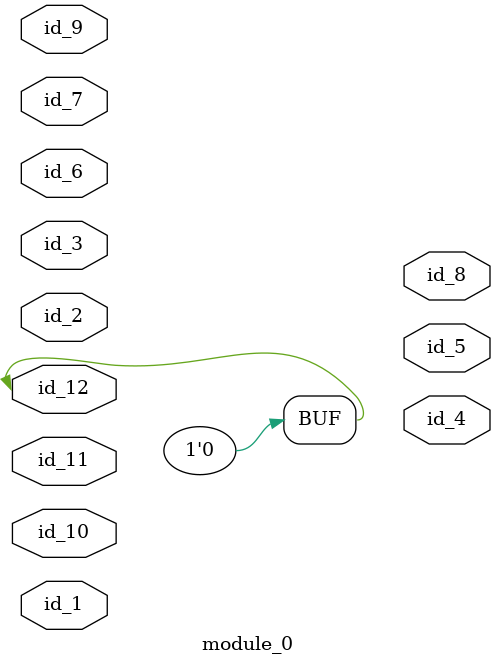
<source format=v>
module module_0 (
    id_1,
    id_2,
    id_3,
    id_4,
    id_5,
    id_6,
    id_7,
    id_8,
    id_9,
    id_10,
    id_11,
    id_12
);
  inout wire id_12;
  input wire id_11;
  inout wire id_10;
  inout wire id_9;
  output wire id_8;
  inout wire id_7;
  input wire id_6;
  output wire id_5;
  output wire id_4;
  inout wire id_3;
  inout wire id_2;
  input wire id_1;
  assign id_12 = 1'b0;
endmodule
module module_1 ();
  wire id_1;
  module_0 modCall_1 (
      id_1,
      id_1,
      id_1,
      id_1,
      id_1,
      id_1,
      id_1,
      id_1,
      id_1,
      id_1,
      id_1,
      id_1
  );
endmodule

</source>
